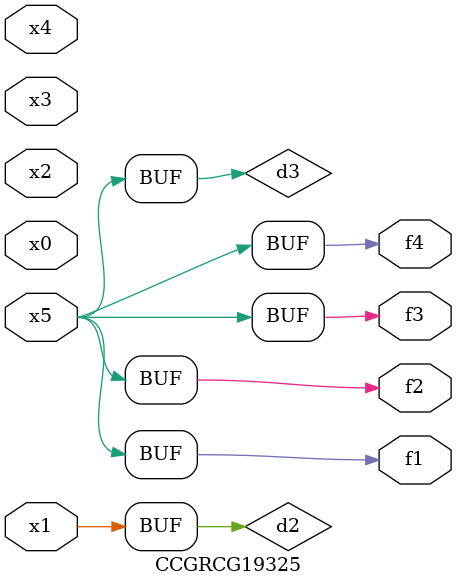
<source format=v>
module CCGRCG19325(
	input x0, x1, x2, x3, x4, x5,
	output f1, f2, f3, f4
);

	wire d1, d2, d3;

	not (d1, x5);
	or (d2, x1);
	xnor (d3, d1);
	assign f1 = d3;
	assign f2 = d3;
	assign f3 = d3;
	assign f4 = d3;
endmodule

</source>
